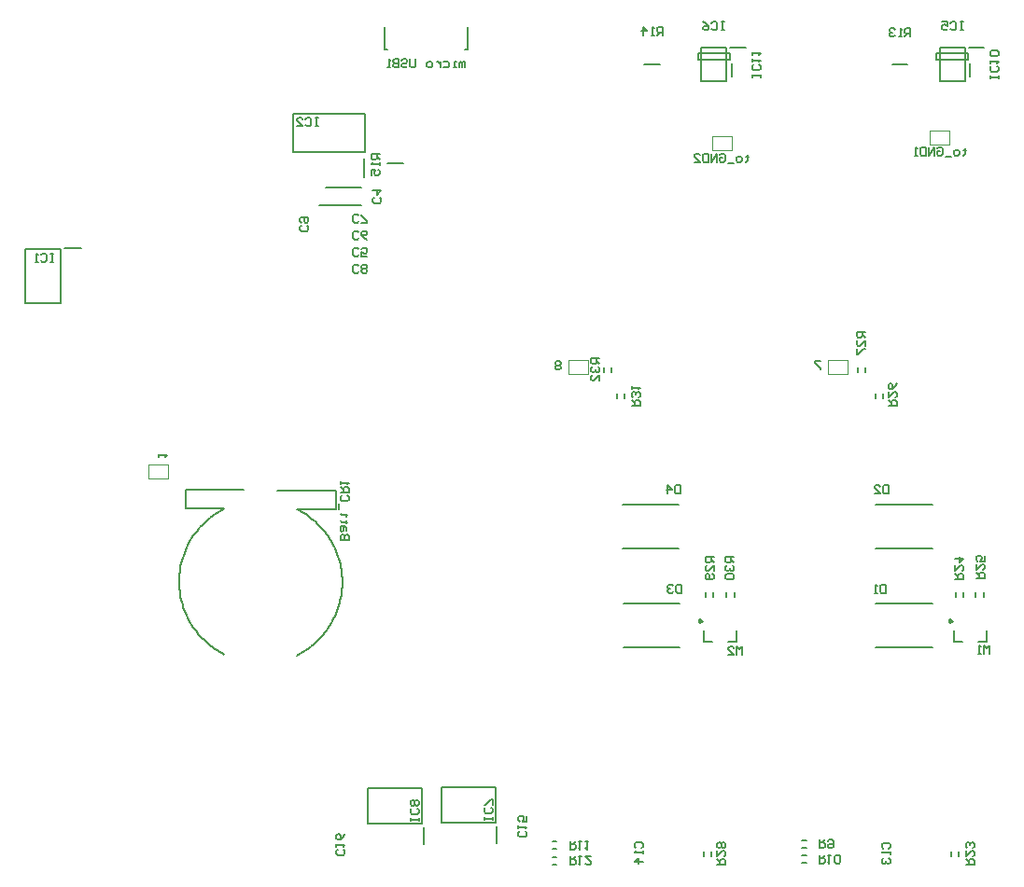
<source format=gbo>
G04*
G04 #@! TF.GenerationSoftware,Altium Limited,Altium Designer,19.0.10 (269)*
G04*
G04 Layer_Color=32896*
%FSLAX25Y25*%
%MOIN*%
G70*
G01*
G75*
%ADD11C,0.00787*%
%ADD13C,0.00984*%
%ADD14C,0.00394*%
%ADD16C,0.00500*%
%ADD17C,0.00400*%
%ADD19C,0.00700*%
D11*
X-59546Y-69596D02*
X-58663Y-69138D01*
X-57797Y-68651D01*
X-56947Y-68135D01*
X-56115Y-67590D01*
X-55303Y-67017D01*
X-54510Y-66416D01*
X-53739Y-65789D01*
X-52989Y-65136D01*
X-52263Y-64458D01*
X-51559Y-63755D01*
X-50880Y-63029D01*
X-50226Y-62280D01*
X-49599Y-61509D01*
X-48998Y-60717D01*
X-48424Y-59905D01*
X-47878Y-59074D01*
X-47361Y-58224D01*
X-46873Y-57358D01*
X-46415Y-56476D01*
X-45988Y-55578D01*
X-45591Y-54666D01*
X-45226Y-53742D01*
X-44892Y-52805D01*
X-44591Y-51858D01*
X-44322Y-50901D01*
X-44086Y-49935D01*
X-43883Y-48961D01*
X-43713Y-47982D01*
X-43577Y-46997D01*
X-43474Y-46008D01*
X-43406Y-45016D01*
X-43371Y-44023D01*
X-43370Y-43028D01*
X-43403Y-42035D01*
X-43470Y-41043D01*
X-43571Y-40054D01*
X-43705Y-39068D01*
X-43873Y-38089D01*
X-44074Y-37115D01*
X-44309Y-36149D01*
X-44576Y-35191D01*
X-44876Y-34243D01*
X-45208Y-33306D01*
X-45572Y-32381D01*
X-45967Y-31468D01*
X-46393Y-30570D01*
X-46849Y-29687D01*
X-47335Y-28819D01*
X-47851Y-27969D01*
X-48395Y-27137D01*
X-48967Y-26324D01*
X-49567Y-25531D01*
X-50194Y-24759D01*
X-50846Y-24009D01*
X-51524Y-23282D01*
X-52226Y-22578D01*
X-52952Y-21898D01*
X-53700Y-21244D01*
X-54470Y-20615D01*
X-55262Y-20013D01*
X-56073Y-19439D01*
X-56904Y-18892D01*
X-57753Y-18374D01*
X-58618Y-17886D01*
X-59500Y-17427D01*
X-85422Y-17158D02*
X-86304Y-17616D01*
X-87171Y-18103D01*
X-88021Y-18619D01*
X-88852Y-19164D01*
X-89665Y-19737D01*
X-90457Y-20338D01*
X-91229Y-20965D01*
X-91978Y-21618D01*
X-92705Y-22296D01*
X-93409Y-22999D01*
X-94087Y-23725D01*
X-94741Y-24474D01*
X-95369Y-25245D01*
X-95970Y-26037D01*
X-96544Y-26849D01*
X-97090Y-27680D01*
X-97607Y-28529D01*
X-98094Y-29396D01*
X-98552Y-30278D01*
X-98980Y-31176D01*
X-99377Y-32087D01*
X-99742Y-33012D01*
X-100076Y-33949D01*
X-100377Y-34896D01*
X-100646Y-35853D01*
X-100882Y-36819D01*
X-101085Y-37793D01*
X-101255Y-38772D01*
X-101391Y-39757D01*
X-101493Y-40746D01*
X-101562Y-41738D01*
X-101597Y-42731D01*
X-101598Y-43726D01*
X-101565Y-44719D01*
X-101498Y-45711D01*
X-101397Y-46700D01*
X-101262Y-47686D01*
X-101095Y-48665D01*
X-100893Y-49639D01*
X-100659Y-50605D01*
X-100392Y-51563D01*
X-100092Y-52511D01*
X-99760Y-53448D01*
X-99396Y-54373D01*
X-99001Y-55286D01*
X-98575Y-56184D01*
X-98119Y-57067D01*
X-97632Y-57934D01*
X-97117Y-58785D01*
X-96573Y-59617D01*
X-96000Y-60430D01*
X-95400Y-61222D01*
X-94774Y-61995D01*
X-94121Y-62745D01*
X-93444Y-63472D01*
X-92742Y-64176D01*
X-92016Y-64856D01*
X-91268Y-65510D01*
X-90497Y-66139D01*
X-89706Y-66741D01*
X-88894Y-67315D01*
X-88064Y-67862D01*
X-87215Y-68379D01*
X-86349Y-68868D01*
X-85467Y-69327D01*
X95209Y143319D02*
Y145681D01*
X83791D02*
X95209D01*
X83791Y143319D02*
Y145681D01*
Y143319D02*
X95209D01*
X95602Y137216D02*
Y141941D01*
X84811Y147484D02*
X93866D01*
X84811Y135673D02*
Y147484D01*
Y135673D02*
X93866D01*
Y147484D01*
X95244D02*
X100756D01*
X180209Y143319D02*
Y145681D01*
X168791D02*
X180209D01*
X168791Y143319D02*
Y145681D01*
Y143319D02*
X180209D01*
X180602Y137216D02*
Y141941D01*
X169972Y147484D02*
X179028D01*
X169972Y135673D02*
Y147484D01*
Y135673D02*
X179028D01*
Y147484D01*
X180405D02*
X185917D01*
X-35697Y101350D02*
Y107846D01*
X-60795Y110110D02*
X-35205D01*
X-60795D02*
Y123890D01*
X-35205D01*
Y110110D02*
Y123890D01*
X-27256Y106126D02*
X-21744D01*
X-14343Y-137004D02*
Y-131000D01*
X-34146Y-129622D02*
X-14854D01*
X-34146D02*
Y-117024D01*
X-14854D01*
Y-129622D02*
Y-117024D01*
X11921Y-136681D02*
Y-130677D01*
X-7882Y-129299D02*
X11409D01*
X-7882D02*
Y-116701D01*
X11409D01*
Y-129299D02*
Y-116701D01*
X64461Y141500D02*
X69972D01*
X-66634Y-10795D02*
X-45602D01*
X-99365Y-10549D02*
X-78582D01*
X-59524Y-17417D02*
X-45602D01*
Y-10795D01*
X-99365Y-17171D02*
Y-10549D01*
Y-17171D02*
X-85448D01*
X-156476Y75534D02*
X-143878D01*
X-156476Y56242D02*
Y75534D01*
Y56242D02*
X-143878D01*
Y75534D01*
X-142500Y76046D02*
X-136496D01*
X120713Y-141122D02*
X122287D01*
X120713Y-143878D02*
X122287D01*
X120713Y-138378D02*
X122287D01*
X120713Y-135622D02*
X122287D01*
X31665Y-141622D02*
X33240D01*
X31665Y-144378D02*
X33240D01*
X31665Y-138878D02*
X33240D01*
X31665Y-136122D02*
X33240D01*
X153059Y141500D02*
X158571D01*
X-49181Y97748D02*
X-36583D01*
X-51543Y91252D02*
X-36583D01*
X50122Y31713D02*
Y33287D01*
X52878Y31713D02*
Y33287D01*
X54622Y22213D02*
Y23787D01*
X57378Y22213D02*
Y23787D01*
X140622Y31713D02*
Y33287D01*
X143378Y31713D02*
Y33287D01*
X147122Y22213D02*
Y23787D01*
X149878Y22213D02*
Y23787D01*
X88406Y-141287D02*
Y-139713D01*
X85650Y-141287D02*
Y-139713D01*
X176878Y-141287D02*
Y-139713D01*
X174122Y-141287D02*
Y-139713D01*
X147244Y-31374D02*
X167323D01*
X147244Y-15626D02*
X167323D01*
X182913Y-48787D02*
Y-47213D01*
X185669Y-48787D02*
Y-47213D01*
X178378Y-48787D02*
Y-47213D01*
X175622Y-48787D02*
Y-47213D01*
X175000Y-64756D02*
Y-60819D01*
Y-64756D02*
X178150D01*
X186811D02*
Y-60819D01*
X183661Y-64756D02*
X186811D01*
X147244Y-66874D02*
X167323D01*
X147244Y-51126D02*
X167323D01*
X94291Y-64756D02*
X97441D01*
Y-60819D01*
X85630Y-64756D02*
X88779D01*
X85630D02*
Y-60819D01*
X96653Y-48787D02*
Y-47213D01*
X93898Y-48787D02*
Y-47213D01*
X86417Y-48787D02*
Y-47213D01*
X89173Y-48787D02*
Y-47213D01*
X57146Y-51126D02*
X77224D01*
X57146Y-66874D02*
X77224D01*
X56646Y-15626D02*
X76724D01*
X56646Y-31374D02*
X76724D01*
D13*
X174311Y-57276D02*
X173573Y-56849D01*
Y-57702D01*
X174311Y-57276D01*
X84941D02*
X84203Y-56849D01*
Y-57702D01*
X84941Y-57276D01*
D14*
X-19602Y144933D02*
D03*
X147441Y-32949D02*
D03*
X147441Y-68449D02*
D03*
X57342D02*
D03*
X56842Y-32949D02*
D03*
D16*
X280Y146902D02*
X1264D01*
X-28264D02*
X-27279D01*
X1264D02*
Y154776D01*
X-28264Y146902D02*
Y154776D01*
D17*
X88779Y111000D02*
X95780D01*
Y116000D01*
X88779Y111000D02*
Y116000D01*
X95780D01*
X-112500Y-1500D02*
X-105500D01*
X-112500Y-6500D02*
Y-1500D01*
X-105500Y-6500D02*
Y-1500D01*
X-112500Y-6500D02*
X-105500D01*
X166500Y113000D02*
X173500D01*
Y118000D01*
X166500Y113000D02*
Y118000D01*
X173500D01*
X37500Y31000D02*
X44500D01*
Y36000D01*
X37500Y31000D02*
Y36000D01*
X44500D01*
X130161Y31000D02*
X137161D01*
Y36000D01*
X130161Y31000D02*
Y36000D01*
X137161D01*
D19*
X105999Y137000D02*
Y138000D01*
Y137500D01*
X103000D01*
Y137000D01*
Y138000D01*
X105499Y141498D02*
X105999Y140999D01*
Y139999D01*
X105499Y139499D01*
X103500D01*
X103000Y139999D01*
Y140999D01*
X103500Y141498D01*
X103000Y142498D02*
Y143498D01*
Y142998D01*
X105999D01*
X105499Y142498D01*
X103000Y144997D02*
Y145997D01*
Y145497D01*
X105999D01*
X105499Y144997D01*
X190999Y136500D02*
Y137500D01*
Y137000D01*
X188000D01*
Y136500D01*
Y137500D01*
X190499Y140998D02*
X190999Y140499D01*
Y139499D01*
X190499Y138999D01*
X188500D01*
X188000Y139499D01*
Y140499D01*
X188500Y140998D01*
X188000Y141998D02*
Y142998D01*
Y142498D01*
X190999D01*
X190499Y141998D01*
Y144497D02*
X190999Y144997D01*
Y145997D01*
X190499Y146497D01*
X188500D01*
X188000Y145997D01*
Y144997D01*
X188500Y144497D01*
X190499D01*
X101280Y109125D02*
Y108625D01*
X101779D01*
X100780D01*
X101280D01*
Y107126D01*
X100780Y106626D01*
X98781D02*
X97781D01*
X97281Y107126D01*
Y108125D01*
X97781Y108625D01*
X98781D01*
X99280Y108125D01*
Y107126D01*
X98781Y106626D01*
X96281Y106126D02*
X94282D01*
X91283Y109125D02*
X91783Y109625D01*
X92782D01*
X93282Y109125D01*
Y107126D01*
X92782Y106626D01*
X91783D01*
X91283Y107126D01*
Y108125D01*
X92283D01*
X90283Y106626D02*
Y109625D01*
X88284Y106626D01*
Y109625D01*
X87284D02*
Y106626D01*
X85785D01*
X85285Y107126D01*
Y109125D01*
X85785Y109625D01*
X87284D01*
X82286Y106626D02*
X84285D01*
X82286Y108625D01*
Y109125D01*
X82786Y109625D01*
X83785D01*
X84285Y109125D01*
X-30000Y109500D02*
X-32999D01*
Y108001D01*
X-32499Y107501D01*
X-31499D01*
X-31000Y108001D01*
Y109500D01*
Y108500D02*
X-30000Y107501D01*
Y106501D02*
Y105501D01*
Y106001D01*
X-32999D01*
X-32499Y106501D01*
X-32999Y102002D02*
Y104002D01*
X-31499D01*
X-31999Y103002D01*
Y102502D01*
X-31499Y102002D01*
X-30500D01*
X-30000Y102502D01*
Y103502D01*
X-30500Y104002D01*
X10263Y-128500D02*
Y-127500D01*
Y-128000D01*
X7264D01*
Y-128500D01*
Y-127500D01*
X9763Y-124002D02*
X10263Y-124501D01*
Y-125501D01*
X9763Y-126001D01*
X7763D01*
X7264Y-125501D01*
Y-124501D01*
X7763Y-124002D01*
X10263Y-123002D02*
Y-121002D01*
X9763D01*
X7763Y-123002D01*
X7264D01*
X-16001Y-128823D02*
Y-127823D01*
Y-128323D01*
X-19000D01*
Y-128823D01*
Y-127823D01*
X-16501Y-124324D02*
X-16001Y-124824D01*
Y-125824D01*
X-16501Y-126324D01*
X-18500D01*
X-19000Y-125824D01*
Y-124824D01*
X-18500Y-124324D01*
X-16501Y-123325D02*
X-16001Y-122825D01*
Y-121825D01*
X-16501Y-121325D01*
X-17001D01*
X-17501Y-121825D01*
X-18000Y-121325D01*
X-18500D01*
X-19000Y-121825D01*
Y-122825D01*
X-18500Y-123325D01*
X-18000D01*
X-17501Y-122825D01*
X-17001Y-123325D01*
X-16501D01*
X-17501Y-122825D02*
Y-121825D01*
X-43001Y-139001D02*
X-42501Y-139500D01*
Y-140500D01*
X-43001Y-141000D01*
X-45000D01*
X-45500Y-140500D01*
Y-139500D01*
X-45000Y-139001D01*
X-45500Y-138001D02*
Y-137001D01*
Y-137501D01*
X-42501D01*
X-43001Y-138001D01*
X-42501Y-133502D02*
X-43001Y-134502D01*
X-44001Y-135502D01*
X-45000D01*
X-45500Y-135002D01*
Y-134002D01*
X-45000Y-133502D01*
X-44500D01*
X-44001Y-134002D01*
Y-135502D01*
X21999Y-132501D02*
X22499Y-133001D01*
Y-134000D01*
X21999Y-134500D01*
X20000D01*
X19500Y-134000D01*
Y-133001D01*
X20000Y-132501D01*
X19500Y-131501D02*
Y-130501D01*
Y-131001D01*
X22499D01*
X21999Y-131501D01*
X22499Y-127002D02*
Y-129002D01*
X21000D01*
X21499Y-128002D01*
Y-127502D01*
X21000Y-127002D01*
X20000D01*
X19500Y-127502D01*
Y-128502D01*
X20000Y-129002D01*
X38000Y-141500D02*
Y-144499D01*
X39500D01*
X39999Y-143999D01*
Y-142999D01*
X39500Y-142500D01*
X38000D01*
X39000D02*
X39999Y-141500D01*
X40999D02*
X41999D01*
X41499D01*
Y-144499D01*
X40999Y-143999D01*
X45498Y-141500D02*
X43498D01*
X45498Y-143499D01*
Y-143999D01*
X44998Y-144499D01*
X43998D01*
X43498Y-143999D01*
X38000Y-136000D02*
Y-138999D01*
X39500D01*
X39999Y-138499D01*
Y-137499D01*
X39500Y-137000D01*
X38000D01*
X39000D02*
X39999Y-136000D01*
X40999D02*
X41999D01*
X41499D01*
Y-138999D01*
X40999Y-138499D01*
X43498Y-136000D02*
X44498D01*
X43998D01*
Y-138999D01*
X43498Y-138499D01*
X127000Y-141000D02*
Y-143999D01*
X128499D01*
X128999Y-143499D01*
Y-142499D01*
X128499Y-142000D01*
X127000D01*
X128000D02*
X128999Y-141000D01*
X129999D02*
X130999D01*
X130499D01*
Y-143999D01*
X129999Y-143499D01*
X132498D02*
X132998Y-143999D01*
X133998D01*
X134498Y-143499D01*
Y-141500D01*
X133998Y-141000D01*
X132998D01*
X132498Y-141500D01*
Y-143499D01*
X127000Y-135500D02*
Y-138499D01*
X128499D01*
X128999Y-137999D01*
Y-136999D01*
X128499Y-136500D01*
X127000D01*
X128000D02*
X128999Y-135500D01*
X129999Y-136000D02*
X130499Y-135500D01*
X131499D01*
X131998Y-136000D01*
Y-137999D01*
X131499Y-138499D01*
X130499D01*
X129999Y-137999D01*
Y-137499D01*
X130499Y-136999D01*
X131998D01*
X280Y140487D02*
Y142487D01*
X-220D01*
X-720Y141987D01*
Y140487D01*
Y141987D01*
X-1220Y142487D01*
X-1720Y141987D01*
Y140487D01*
X-2719D02*
X-3719D01*
X-3219D01*
Y142487D01*
X-2719D01*
X-7218D02*
X-5719D01*
X-5219Y141987D01*
Y140987D01*
X-5719Y140487D01*
X-7218D01*
X-8218Y142487D02*
Y140487D01*
Y141487D01*
X-8718Y141987D01*
X-9217Y142487D01*
X-9717D01*
X-11717Y140487D02*
X-12716D01*
X-13216Y140987D01*
Y141987D01*
X-12716Y142487D01*
X-11717D01*
X-11217Y141987D01*
Y140987D01*
X-11717Y140487D01*
X-17215Y143486D02*
Y140987D01*
X-17715Y140487D01*
X-18714D01*
X-19214Y140987D01*
Y143486D01*
X-22213Y142987D02*
X-21713Y143486D01*
X-20714D01*
X-20214Y142987D01*
Y142487D01*
X-20714Y141987D01*
X-21713D01*
X-22213Y141487D01*
Y140987D01*
X-21713Y140487D01*
X-20714D01*
X-20214Y140987D01*
X-23213Y143486D02*
Y140487D01*
X-24712D01*
X-25212Y140987D01*
Y141487D01*
X-24712Y141987D01*
X-23213D01*
X-24712D01*
X-25212Y142487D01*
Y142987D01*
X-24712Y143486D01*
X-23213D01*
X-26212Y140487D02*
X-27212D01*
X-26712D01*
Y143486D01*
X-26212Y142987D01*
X93000Y156773D02*
X92000D01*
X92500D01*
Y153774D01*
X93000D01*
X92000D01*
X88502Y156273D02*
X89001Y156773D01*
X90001D01*
X90501Y156273D01*
Y154274D01*
X90001Y153774D01*
X89001D01*
X88502Y154274D01*
X85502Y156773D02*
X86502Y156273D01*
X87502Y155273D01*
Y154274D01*
X87002Y153774D01*
X86002D01*
X85502Y154274D01*
Y154773D01*
X86002Y155273D01*
X87502D01*
X178339Y156773D02*
X177339D01*
X177839D01*
Y153774D01*
X178339D01*
X177339D01*
X173840Y156273D02*
X174340Y156773D01*
X175340D01*
X175839Y156273D01*
Y154274D01*
X175340Y153774D01*
X174340D01*
X173840Y154274D01*
X170841Y156773D02*
X172840D01*
Y155273D01*
X171841Y155773D01*
X171341D01*
X170841Y155273D01*
Y154274D01*
X171341Y153774D01*
X172341D01*
X172840Y154274D01*
X-52000Y122499D02*
X-53000D01*
X-52500D01*
Y119500D01*
X-52000D01*
X-53000D01*
X-56498Y121999D02*
X-55999Y122499D01*
X-54999D01*
X-54499Y121999D01*
Y120000D01*
X-54999Y119500D01*
X-55999D01*
X-56498Y120000D01*
X-59498Y119500D02*
X-57498D01*
X-59498Y121499D01*
Y121999D01*
X-58998Y122499D01*
X-57998D01*
X-57498Y121999D01*
X-55958Y83999D02*
X-55458Y83499D01*
Y82500D01*
X-55958Y82000D01*
X-57957D01*
X-58457Y82500D01*
Y83499D01*
X-57957Y83999D01*
Y84999D02*
X-58457Y85499D01*
Y86499D01*
X-57957Y86998D01*
X-55958D01*
X-55458Y86499D01*
Y85499D01*
X-55958Y84999D01*
X-56457D01*
X-56957Y85499D01*
Y86998D01*
X-37501Y67501D02*
X-38001Y67001D01*
X-39000D01*
X-39500Y67501D01*
Y69500D01*
X-39000Y70000D01*
X-38001D01*
X-37501Y69500D01*
X-36501Y67501D02*
X-36001Y67001D01*
X-35001D01*
X-34502Y67501D01*
Y68001D01*
X-35001Y68501D01*
X-34502Y69000D01*
Y69500D01*
X-35001Y70000D01*
X-36001D01*
X-36501Y69500D01*
Y69000D01*
X-36001Y68501D01*
X-36501Y68001D01*
Y67501D01*
X-36001Y68501D02*
X-35001D01*
X-37501Y85501D02*
X-38001Y85001D01*
X-39000D01*
X-39500Y85501D01*
Y87500D01*
X-39000Y88000D01*
X-38001D01*
X-37501Y87500D01*
X-36501Y85001D02*
X-34502D01*
Y85501D01*
X-36501Y87500D01*
Y88000D01*
X-37501Y79501D02*
X-38001Y79001D01*
X-39000D01*
X-39500Y79501D01*
Y81500D01*
X-39000Y82000D01*
X-38001D01*
X-37501Y81500D01*
X-34502Y79001D02*
X-35501Y79501D01*
X-36501Y80501D01*
Y81500D01*
X-36001Y82000D01*
X-35001D01*
X-34502Y81500D01*
Y81000D01*
X-35001Y80501D01*
X-36501D01*
X-37501Y73501D02*
X-38001Y73001D01*
X-39000D01*
X-39500Y73501D01*
Y75500D01*
X-39000Y76000D01*
X-38001D01*
X-37501Y75500D01*
X-34502Y73001D02*
X-36501D01*
Y74501D01*
X-35501Y74001D01*
X-35001D01*
X-34502Y74501D01*
Y75500D01*
X-35001Y76000D01*
X-36001D01*
X-36501Y75500D01*
X-30001Y93999D02*
X-29501Y93499D01*
Y92500D01*
X-30001Y92000D01*
X-32000D01*
X-32500Y92500D01*
Y93499D01*
X-32000Y93999D01*
X-32500Y96499D02*
X-29501D01*
X-31001Y94999D01*
Y96998D01*
X-41001Y-28500D02*
X-44000D01*
Y-27000D01*
X-43500Y-26501D01*
X-43000D01*
X-42500Y-27000D01*
Y-28500D01*
Y-27000D01*
X-42001Y-26501D01*
X-41501D01*
X-41001Y-27000D01*
Y-28500D01*
X-42001Y-25001D02*
Y-24001D01*
X-42500Y-23502D01*
X-44000D01*
Y-25001D01*
X-43500Y-25501D01*
X-43000Y-25001D01*
Y-23502D01*
X-41501Y-22002D02*
X-42001D01*
Y-22502D01*
Y-21502D01*
Y-22002D01*
X-43500D01*
X-44000Y-21502D01*
X-41501Y-19503D02*
X-42001D01*
Y-20003D01*
Y-19003D01*
Y-19503D01*
X-43500D01*
X-44000Y-19003D01*
X-44500Y-17504D02*
Y-15504D01*
X-41501Y-12505D02*
X-41001Y-13005D01*
Y-14005D01*
X-41501Y-14504D01*
X-43500D01*
X-44000Y-14005D01*
Y-13005D01*
X-43500Y-12505D01*
X-44000Y-11506D02*
X-41001D01*
Y-10006D01*
X-41501Y-9506D01*
X-42500D01*
X-43000Y-10006D01*
Y-11506D01*
Y-10506D02*
X-44000Y-9506D01*
Y-8506D02*
Y-7507D01*
Y-8007D01*
X-41001D01*
X-41501Y-8506D01*
X179000Y111499D02*
Y110999D01*
X179500D01*
X178500D01*
X179000D01*
Y109500D01*
X178500Y109000D01*
X176501D02*
X175501D01*
X175002Y109500D01*
Y110500D01*
X175501Y110999D01*
X176501D01*
X177001Y110500D01*
Y109500D01*
X176501Y109000D01*
X174002Y108500D02*
X172002D01*
X169003Y111499D02*
X169503Y111999D01*
X170503D01*
X171003Y111499D01*
Y109500D01*
X170503Y109000D01*
X169503D01*
X169003Y109500D01*
Y110500D01*
X170003D01*
X168004Y109000D02*
Y111999D01*
X166004Y109000D01*
Y111999D01*
X165005D02*
Y109000D01*
X163505D01*
X163005Y109500D01*
Y111499D01*
X163505Y111999D01*
X165005D01*
X162006Y109000D02*
X161006D01*
X161506D01*
Y111999D01*
X162006Y111499D01*
X71000Y152000D02*
Y154999D01*
X69500D01*
X69001Y154499D01*
Y153499D01*
X69500Y153000D01*
X71000D01*
X70000D02*
X69001Y152000D01*
X68001D02*
X67001D01*
X67501D01*
Y154999D01*
X68001Y154499D01*
X64002Y152000D02*
Y154999D01*
X65502Y153499D01*
X63502D01*
X159500Y151500D02*
Y154499D01*
X158001D01*
X157501Y153999D01*
Y152999D01*
X158001Y152500D01*
X159500D01*
X158500D02*
X157501Y151500D01*
X156501D02*
X155501D01*
X156001D01*
Y154499D01*
X156501Y153999D01*
X154002D02*
X153502Y154499D01*
X152502D01*
X152002Y153999D01*
Y153499D01*
X152502Y152999D01*
X153002D01*
X152502D01*
X152002Y152500D01*
Y152000D01*
X152502Y151500D01*
X153502D01*
X154002Y152000D01*
X179315Y-144500D02*
X182314D01*
Y-143000D01*
X181814Y-142501D01*
X180814D01*
X180315Y-143000D01*
Y-144500D01*
Y-143500D02*
X179315Y-142501D01*
Y-139502D02*
Y-141501D01*
X181314Y-139502D01*
X181814D01*
X182314Y-140001D01*
Y-141001D01*
X181814Y-141501D01*
Y-138502D02*
X182314Y-138002D01*
Y-137002D01*
X181814Y-136503D01*
X181314D01*
X180814Y-137002D01*
Y-137502D01*
Y-137002D01*
X180315Y-136503D01*
X179815D01*
X179315Y-137002D01*
Y-138002D01*
X179815Y-138502D01*
X151700Y19500D02*
X154699D01*
Y21000D01*
X154199Y21499D01*
X153200D01*
X152700Y21000D01*
Y19500D01*
Y20500D02*
X151700Y21499D01*
Y24498D02*
Y22499D01*
X153699Y24498D01*
X154199D01*
X154699Y23999D01*
Y22999D01*
X154199Y22499D01*
X154699Y27497D02*
X154199Y26498D01*
X153200Y25498D01*
X152200D01*
X151700Y25998D01*
Y26998D01*
X152200Y27497D01*
X152700D01*
X153200Y26998D01*
Y25498D01*
X143378Y46000D02*
X140379D01*
Y44500D01*
X140879Y44001D01*
X141878D01*
X142378Y44500D01*
Y46000D01*
Y45000D02*
X143378Y44001D01*
Y41002D02*
Y43001D01*
X141379Y41002D01*
X140879D01*
X140379Y41501D01*
Y42501D01*
X140879Y43001D01*
X140379Y40002D02*
Y38003D01*
X140879D01*
X142878Y40002D01*
X143378D01*
X175500Y-42431D02*
X178499D01*
Y-40931D01*
X177999Y-40431D01*
X176999D01*
X176500Y-40931D01*
Y-42431D01*
Y-41431D02*
X175500Y-40431D01*
Y-37432D02*
Y-39432D01*
X177499Y-37432D01*
X177999D01*
X178499Y-37932D01*
Y-38932D01*
X177999Y-39432D01*
X175500Y-34933D02*
X178499D01*
X176999Y-36433D01*
Y-34433D01*
X183000Y-42000D02*
X185999D01*
Y-40501D01*
X185499Y-40001D01*
X184500D01*
X184000Y-40501D01*
Y-42000D01*
Y-41000D02*
X183000Y-40001D01*
Y-37002D02*
Y-39001D01*
X184999Y-37002D01*
X185499D01*
X185999Y-37501D01*
Y-38501D01*
X185499Y-39001D01*
X185999Y-34003D02*
Y-36002D01*
X184500D01*
X184999Y-35002D01*
Y-34502D01*
X184500Y-34003D01*
X183500D01*
X183000Y-34502D01*
Y-35502D01*
X183500Y-36002D01*
X90500Y-144500D02*
X93499D01*
Y-143000D01*
X92999Y-142501D01*
X92000D01*
X91500Y-143000D01*
Y-144500D01*
Y-143500D02*
X90500Y-142501D01*
Y-139502D02*
Y-141501D01*
X92499Y-139502D01*
X92999D01*
X93499Y-140001D01*
Y-141001D01*
X92999Y-141501D01*
Y-138502D02*
X93499Y-138002D01*
Y-137002D01*
X92999Y-136503D01*
X92499D01*
X92000Y-137002D01*
X91500Y-136503D01*
X91000D01*
X90500Y-137002D01*
Y-138002D01*
X91000Y-138502D01*
X91500D01*
X92000Y-138002D01*
X92499Y-138502D01*
X92999D01*
X92000Y-138002D02*
Y-137002D01*
X60000Y19500D02*
X62999D01*
Y21000D01*
X62499Y21499D01*
X61500D01*
X61000Y21000D01*
Y19500D01*
Y20500D02*
X60000Y21499D01*
X62499Y22499D02*
X62999Y22999D01*
Y23999D01*
X62499Y24498D01*
X61999D01*
X61500Y23999D01*
Y23499D01*
Y23999D01*
X61000Y24498D01*
X60500D01*
X60000Y23999D01*
Y22999D01*
X60500Y22499D01*
X60000Y25498D02*
Y26498D01*
Y25998D01*
X62999D01*
X62499Y25498D01*
X48500Y36500D02*
X45501D01*
Y35001D01*
X46001Y34501D01*
X47001D01*
X47500Y35001D01*
Y36500D01*
Y35500D02*
X48500Y34501D01*
X46001Y33501D02*
X45501Y33001D01*
Y32001D01*
X46001Y31502D01*
X46501D01*
X47001Y32001D01*
Y32501D01*
Y32001D01*
X47500Y31502D01*
X48000D01*
X48500Y32001D01*
Y33001D01*
X48000Y33501D01*
X48500Y28503D02*
Y30502D01*
X46501Y28503D01*
X46001D01*
X45501Y29002D01*
Y30002D01*
X46001Y30502D01*
X89295Y-34500D02*
X86296D01*
Y-36000D01*
X86796Y-36499D01*
X87796D01*
X88296Y-36000D01*
Y-34500D01*
Y-35500D02*
X89295Y-36499D01*
Y-39498D02*
Y-37499D01*
X87296Y-39498D01*
X86796D01*
X86296Y-38999D01*
Y-37999D01*
X86796Y-37499D01*
X88795Y-40498D02*
X89295Y-40998D01*
Y-41998D01*
X88795Y-42497D01*
X86796D01*
X86296Y-41998D01*
Y-40998D01*
X86796Y-40498D01*
X87296D01*
X87796Y-40998D01*
Y-42497D01*
X96516Y-34500D02*
X93517D01*
Y-36000D01*
X94016Y-36499D01*
X95016D01*
X95516Y-36000D01*
Y-34500D01*
Y-35500D02*
X96516Y-36499D01*
X94016Y-37499D02*
X93517Y-37999D01*
Y-38999D01*
X94016Y-39498D01*
X94516D01*
X95016Y-38999D01*
Y-38499D01*
Y-38999D01*
X95516Y-39498D01*
X96016D01*
X96516Y-38999D01*
Y-37999D01*
X96016Y-37499D01*
X94016Y-40498D02*
X93517Y-40998D01*
Y-41998D01*
X94016Y-42497D01*
X96016D01*
X96516Y-41998D01*
Y-40998D01*
X96016Y-40498D01*
X94016D01*
X187598Y-69000D02*
Y-66001D01*
X186599Y-67001D01*
X185599Y-66001D01*
Y-69000D01*
X184599D02*
X183600D01*
X184100D01*
Y-66001D01*
X184599Y-66501D01*
X99453Y-69500D02*
Y-66501D01*
X98453Y-67501D01*
X97453Y-66501D01*
Y-69500D01*
X94454D02*
X96454D01*
X94454Y-67501D01*
Y-67001D01*
X94954Y-66501D01*
X95954D01*
X96454Y-67001D01*
X-146500Y73999D02*
X-147500D01*
X-147000D01*
Y71000D01*
X-146500D01*
X-147500D01*
X-150998Y73499D02*
X-150499Y73999D01*
X-149499D01*
X-148999Y73499D01*
Y71500D01*
X-149499Y71000D01*
X-150499D01*
X-150998Y71500D01*
X-151998Y71000D02*
X-152998D01*
X-152498D01*
Y73999D01*
X-151998Y73499D01*
X150700Y-44301D02*
Y-47300D01*
X149200D01*
X148701Y-46800D01*
Y-44801D01*
X149200Y-44301D01*
X150700D01*
X147701Y-47300D02*
X146701D01*
X147201D01*
Y-44301D01*
X147701Y-44801D01*
X151700Y-8801D02*
Y-11800D01*
X150200D01*
X149701Y-11300D01*
Y-9301D01*
X150200Y-8801D01*
X151700D01*
X146702Y-11800D02*
X148701D01*
X146702Y-9801D01*
Y-9301D01*
X147201Y-8801D01*
X148201D01*
X148701Y-9301D01*
X77800Y-44301D02*
Y-47300D01*
X76301D01*
X75801Y-46800D01*
Y-44801D01*
X76301Y-44301D01*
X77800D01*
X74801Y-44801D02*
X74301Y-44301D01*
X73301D01*
X72802Y-44801D01*
Y-45301D01*
X73301Y-45801D01*
X73801D01*
X73301D01*
X72802Y-46300D01*
Y-46800D01*
X73301Y-47300D01*
X74301D01*
X74801Y-46800D01*
X77300Y-8801D02*
Y-11800D01*
X75801D01*
X75301Y-11300D01*
Y-9301D01*
X75801Y-8801D01*
X77300D01*
X72801Y-11800D02*
Y-8801D01*
X74301Y-10300D01*
X72302D01*
X149816Y-138696D02*
X149316Y-138196D01*
Y-137197D01*
X149816Y-136697D01*
X151815D01*
X152315Y-137197D01*
Y-138196D01*
X151815Y-138696D01*
X152315Y-139696D02*
Y-140696D01*
Y-140196D01*
X149316D01*
X149816Y-139696D01*
Y-142195D02*
X149316Y-142695D01*
Y-143695D01*
X149816Y-144194D01*
X150316D01*
X150815Y-143695D01*
Y-143195D01*
Y-143695D01*
X151315Y-144194D01*
X151815D01*
X152315Y-143695D01*
Y-142695D01*
X151815Y-142195D01*
X61501Y-138499D02*
X61001Y-137999D01*
Y-137000D01*
X61501Y-136500D01*
X63500D01*
X64000Y-137000D01*
Y-137999D01*
X63500Y-138499D01*
X64000Y-139499D02*
Y-140499D01*
Y-139999D01*
X61001D01*
X61501Y-139499D01*
X64000Y-143498D02*
X61001D01*
X62501Y-141998D01*
Y-143998D01*
X-109000Y1400D02*
Y2400D01*
Y1900D01*
X-106001D01*
X-106501Y1400D01*
X127261Y35499D02*
X125262D01*
Y34999D01*
X127261Y33000D01*
Y32500D01*
X34600Y34978D02*
X34100Y35478D01*
X33101D01*
X32601Y34978D01*
Y34478D01*
X33101Y33978D01*
X32601Y33478D01*
Y32979D01*
X33101Y32479D01*
X34100D01*
X34600Y32979D01*
Y33478D01*
X34100Y33978D01*
X34600Y34478D01*
Y34978D01*
X34100Y33978D02*
X33101D01*
M02*

</source>
